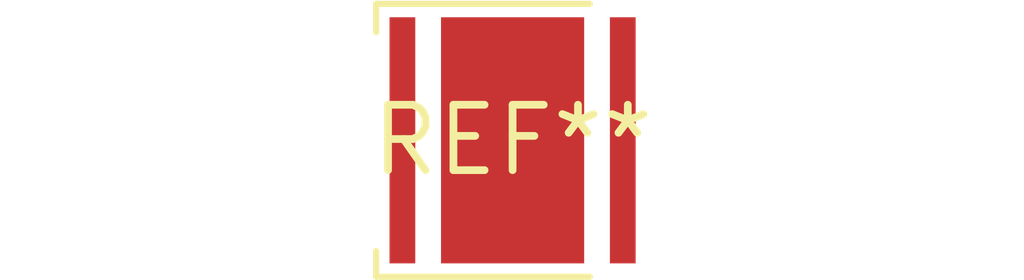
<source format=kicad_pcb>
(kicad_pcb (version 20240108) (generator pcbnew)
  (layers (0 "F.Cu" signal) (31 "B.Cu" signal) (34 "B.Paste" user) (35 "F.Paste" user) (36 "B.SilkS" user "B.Silkscreen") (37 "F.SilkS" user "F.Silkscreen") (38 "B.Mask" user) (39 "F.Mask" user) (44 "Edge.Cuts" user))
  (net 0 "")
  (footprint "LED_Cree-XHP50_6V" (layer "F.Cu") (at 0 0)
    (property "Reference" "REF**")
    (property "Value" "LED_Cree-XHP50_6V")
    (fp_line (start -2.65 -2.65) (end -2.65 -2.1) (layer "F.SilkS") (stroke (width 0.12)))
    (fp_line (start -2.65 2.65) (end -2.65 2.15) (layer "F.SilkS") (stroke (width 0.12)))
    (fp_line (start 1.5 -2.65) (end -2.65 -2.65) (layer "F.SilkS") (stroke (width 0.12)))
    (fp_line (start 1.5 2.65) (end -2.65 2.65) (layer "F.SilkS") (stroke (width 0.12)))
    (pad "1" smd rect (at -2.14 0) (size 0.5 4.78) (layers "F.Cu" "F.Mask"))
    (pad "2" smd rect (at 2.14 0) (size 0.5 4.78) (layers "F.Cu" "F.Mask"))
    (pad "3" smd rect (at 0 0) (size 2.78 4.78) (layers "F.Cu" "F.Mask"))
  )
)
</source>
